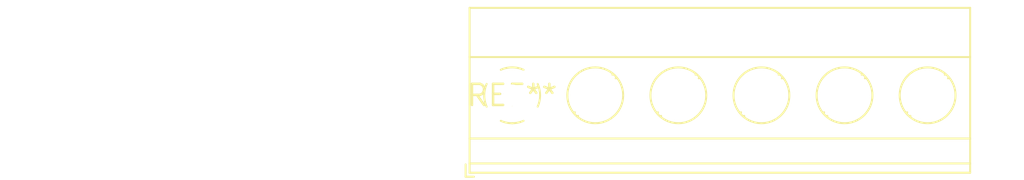
<source format=kicad_pcb>
(kicad_pcb (version 20240108) (generator pcbnew)
  (layers (0 "F.Cu" signal) (31 "B.Cu" signal) (34 "B.Paste" user) (35 "F.Paste" user) (36 "B.SilkS" user "B.Silkscreen") (37 "F.SilkS" user "F.Silkscreen") (38 "B.Mask" user) (39 "F.Mask" user) (44 "Edge.Cuts" user))
  (net 0 "")
  (footprint "TerminalBlock_Phoenix_MKDS-1,5-6_1x06_P5.00mm_Horizontal" (layer "F.Cu") (at 0 0)
    (property "Reference" "REF**")
    (property "Value" "TerminalBlock_Phoenix_MKDS-1,5-6_1x06_P5.00mm_Horizontal")
    (fp_line (start -2.8 4.16) (end -2.8 4.9) (layer "F.SilkS") (stroke (width 0.12)))
    (fp_line (start -2.8 4.9) (end -2.3 4.9) (layer "F.SilkS") (stroke (width 0.12)))
    (fp_line (start -2.56 -5.261) (end -2.56 4.66) (layer "F.SilkS") (stroke (width 0.12)))
    (fp_line (start -2.56 -5.261) (end 27.56 -5.261) (layer "F.SilkS") (stroke (width 0.12)))
    (fp_line (start -2.56 -2.301) (end 27.56 -2.301) (layer "F.SilkS") (stroke (width 0.12)))
    (fp_line (start -2.56 2.6) (end 27.56 2.6) (layer "F.SilkS") (stroke (width 0.12)))
    (fp_line (start -2.56 4.1) (end 27.56 4.1) (layer "F.SilkS") (stroke (width 0.12)))
    (fp_line (start -2.56 4.66) (end 27.56 4.66) (layer "F.SilkS") (stroke (width 0.12)))
    (fp_line (start 3.773 1.023) (end 3.726 1.069) (layer "F.SilkS") (stroke (width 0.12)))
    (fp_line (start 3.966 1.239) (end 3.931 1.274) (layer "F.SilkS") (stroke (width 0.12)))
    (fp_line (start 6.07 -1.275) (end 6.035 -1.239) (layer "F.SilkS") (stroke (width 0.12)))
    (fp_line (start 6.275 -1.069) (end 6.228 -1.023) (layer "F.SilkS") (stroke (width 0.12)))
    (fp_line (start 8.773 1.023) (end 8.726 1.069) (layer "F.SilkS") (stroke (width 0.12)))
    (fp_line (start 8.966 1.239) (end 8.931 1.274) (layer "F.SilkS") (stroke (width 0.12)))
    (fp_line (start 11.07 -1.275) (end 11.035 -1.239) (layer "F.SilkS") (stroke (width 0.12)))
    (fp_line (start 11.275 -1.069) (end 11.228 -1.023) (layer "F.SilkS") (stroke (width 0.12)))
    (fp_line (start 13.773 1.023) (end 13.726 1.069) (layer "F.SilkS") (stroke (width 0.12)))
    (fp_line (start 13.966 1.239) (end 13.931 1.274) (layer "F.SilkS") (stroke (width 0.12)))
    (fp_line (start 16.07 -1.275) (end 16.035 -1.239) (layer "F.SilkS") (stroke (width 0.12)))
    (fp_line (start 16.275 -1.069) (end 16.228 -1.023) (layer "F.SilkS") (stroke (width 0.12)))
    (fp_line (start 18.773 1.023) (end 18.726 1.069) (layer "F.SilkS") (stroke (width 0.12)))
    (fp_line (start 18.966 1.239) (end 18.931 1.274) (layer "F.SilkS") (stroke (width 0.12)))
    (fp_line (start 21.07 -1.275) (end 21.035 -1.239) (layer "F.SilkS") (stroke (width 0.12)))
    (fp_line (start 21.275 -1.069) (end 21.228 -1.023) (layer "F.SilkS") (stroke (width 0.12)))
    (fp_line (start 23.773 1.023) (end 23.726 1.069) (layer "F.SilkS") (stroke (width 0.12)))
    (fp_line (start 23.966 1.239) (end 23.931 1.274) (layer "F.SilkS") (stroke (width 0.12)))
    (fp_line (start 26.07 -1.275) (end 26.035 -1.239) (layer "F.SilkS") (stroke (width 0.12)))
    (fp_line (start 26.275 -1.069) (end 26.228 -1.023) (layer "F.SilkS") (stroke (width 0.12)))
    (fp_line (start 27.56 -5.261) (end 27.56 4.66) (layer "F.SilkS") (stroke (width 0.12)))
    (fp_arc (start -1.535427 0.683042) (mid -1.680501 -0.000524) (end -1.535 -0.684) (layer "F.SilkS") (stroke (width 0.12)))
    (fp_arc (start -0.683042 -1.535427) (mid 0.000524 -1.680501) (end 0.684 -1.535) (layer "F.SilkS") (stroke (width 0.12)))
    (fp_arc (start 0.028805 1.680253) (mid -0.335551 1.646659) (end -0.684 1.535) (layer "F.SilkS") (stroke (width 0.12)))
    (fp_arc (start 0.683318 1.534756) (mid 0.349292 1.643288) (end 0 1.68) (layer "F.SilkS") (stroke (width 0.12)))
    (fp_arc (start 1.535427 -0.683042) (mid 1.680501 0.000524) (end 1.535 0.684) (layer "F.SilkS") (stroke (width 0.12)))
    (fp_circle (center 5 0) (end 6.68 0) (layer "F.SilkS") (stroke (width 0.12)) (fill none))
    (fp_circle (center 10 0) (end 11.68 0) (layer "F.SilkS") (stroke (width 0.12)) (fill none))
    (fp_circle (center 15 0) (end 16.68 0) (layer "F.SilkS") (stroke (width 0.12)) (fill none))
    (fp_circle (center 20 0) (end 21.68 0) (layer "F.SilkS") (stroke (width 0.12)) (fill none))
    (fp_circle (center 25 0) (end 26.68 0) (layer "F.SilkS") (stroke (width 0.12)) (fill none))
    (pad "1" thru_hole rect (at 0 0) (size 2.6 2.6) (drill 1.3) (layers *.Cu *.Mask) (remove_unused_layers))
    (pad "2" thru_hole circle (at 5 0) (size 2.6 2.6) (drill 1.3) (layers *.Cu *.Mask) (remove_unused_layers))
    (pad "3" thru_hole circle (at 10 0) (size 2.6 2.6) (drill 1.3) (layers *.Cu *.Mask) (remove_unused_layers))
    (pad "4" thru_hole circle (at 15 0) (size 2.6 2.6) (drill 1.3) (layers *.Cu *.Mask) (remove_unused_layers))
    (pad "5" thru_hole circle (at 20 0) (size 2.6 2.6) (drill 1.3) (layers *.Cu *.Mask) (remove_unused_layers))
    (pad "6" thru_hole circle (at 25 0) (size 2.6 2.6) (drill 1.3) (layers *.Cu *.Mask) (remove_unused_layers))
  )
)
</source>
